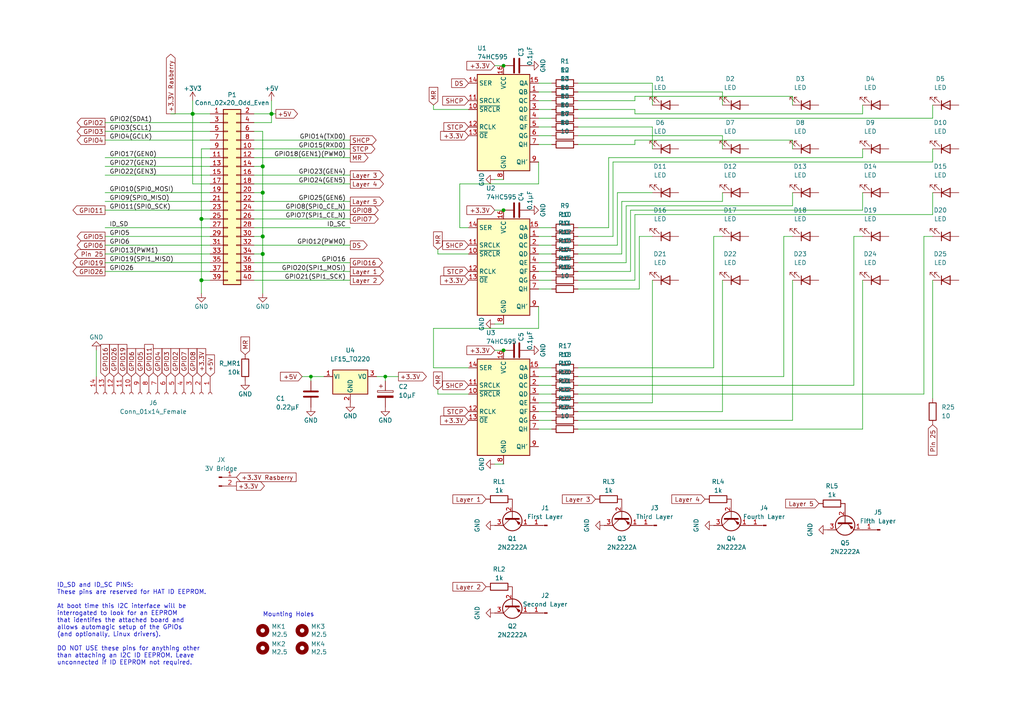
<source format=kicad_sch>
(kicad_sch (version 20211123) (generator eeschema)
  (paper "A4")
  (title_block (date "15 nov 2012"))
  (lib_symbols
    (symbol "74xx:74HC595"
      (property "Reference" "U" (at -7.62 13.97 0))
      (property "Value" "74HC595" (at -7.62 -16.51 0))
      (symbol "74HC595_1_0"
        (pin tri_state line (at 10.16 7.62 180) (length 2.54) (name "QB") (number "1"))
        (pin input line (at -10.16 2.54 0) (length 2.54) (name "~{SRCLR}") (number "10"))
        (pin input line (at -10.16 5.08 0) (length 2.54) (name "SRCLK") (number "11"))
        (pin input line (at -10.16 -2.54 0) (length 2.54) (name "RCLK") (number "12"))
        (pin input line (at -10.16 -5.08 0) (length 2.54) (name "~{OE}") (number "13"))
        (pin input line (at -10.16 10.16 0) (length 2.54) (name "SER") (number "14"))
        (pin tri_state line (at 10.16 10.16 180) (length 2.54) (name "QA") (number "15"))
        (pin power_in line (at 0 15.24 270) (length 2.54) (name "VCC") (number "16"))
        (pin tri_state line (at 10.16 5.08 180) (length 2.54) (name "QC") (number "2"))
        (pin tri_state line (at 10.16 2.54 180) (length 2.54) (name "QD") (number "3"))
        (pin tri_state line (at 10.16 0 180) (length 2.54) (name "QE") (number "4"))
        (pin tri_state line (at 10.16 -2.54 180) (length 2.54) (name "QF") (number "5"))
        (pin tri_state line (at 10.16 -5.08 180) (length 2.54) (name "QG") (number "6"))
        (pin tri_state line (at 10.16 -7.62 180) (length 2.54) (name "QH") (number "7"))
        (pin power_in line (at 0 -17.78 90) (length 2.54) (name "GND") (number "8"))
        (pin output line (at 10.16 -12.7 180) (length 2.54) (name "QH'") (number "9"))
      )
    )
    (symbol "Connector:Conn_01x01_Male" (pin_names (offset 1.016) hide)
      (property "Reference" "J" (at 0 2.54 0))
      (property "Value" "Conn_01x01_Male" (at 0 -2.54 0))
      (symbol "Conn_01x01_Male_1_1"
        (pin passive line (at 5.08 0 180) (length 3.81) (name "Pin_1") (number "1"))
      )
    )
    (symbol "Connector:Conn_01x02_Male" (pin_names (offset 1.016) hide)
      (property "Reference" "J" (at 0 2.54 0))
      (property "Value" "Conn_01x02_Male" (at 0 -5.08 0))
      (symbol "Conn_01x02_Male_1_1"
        (pin passive line (at 5.08 0 180) (length 3.81) (name "Pin_1") (number "1"))
        (pin passive line (at 5.08 -2.54 180) (length 3.81) (name "Pin_2") (number "2"))
      )
    )
    (symbol "Connector:Conn_01x14_Female" (pin_names (offset 1.016) hide)
      (property "Reference" "J" (at 0 17.78 0))
      (property "Value" "Conn_01x14_Female" (at 0 -20.32 0))
      (symbol "Conn_01x14_Female_1_1"
        (pin passive line (at -5.08 15.24 0) (length 3.81) (name "Pin_1") (number "1"))
        (pin passive line (at -5.08 -7.62 0) (length 3.81) (name "Pin_10") (number "10"))
        (pin passive line (at -5.08 -10.16 0) (length 3.81) (name "Pin_11") (number "11"))
        (pin passive line (at -5.08 -12.7 0) (length 3.81) (name "Pin_12") (number "12"))
        (pin passive line (at -5.08 -15.24 0) (length 3.81) (name "Pin_13") (number "13"))
        (pin passive line (at -5.08 -17.78 0) (length 3.81) (name "Pin_14") (number "14"))
        (pin passive line (at -5.08 12.7 0) (length 3.81) (name "Pin_2") (number "2"))
        (pin passive line (at -5.08 10.16 0) (length 3.81) (name "Pin_3") (number "3"))
        (pin passive line (at -5.08 7.62 0) (length 3.81) (name "Pin_4") (number "4"))
        (pin passive line (at -5.08 5.08 0) (length 3.81) (name "Pin_5") (number "5"))
        (pin passive line (at -5.08 2.54 0) (length 3.81) (name "Pin_6") (number "6"))
        (pin passive line (at -5.08 0 0) (length 3.81) (name "Pin_7") (number "7"))
        (pin passive line (at -5.08 -2.54 0) (length 3.81) (name "Pin_8") (number "8"))
        (pin passive line (at -5.08 -5.08 0) (length 3.81) (name "Pin_9") (number "9"))
      )
    )
    (symbol "Connector_Generic:Conn_02x20_Odd_Even" (pin_names (offset 1.016) hide)
      (property "Reference" "J" (at 1.27 25.4 0))
      (property "Value" "Conn_02x20_Odd_Even" (at 1.27 -27.94 0))
      (symbol "Conn_02x20_Odd_Even_1_1"
        (pin passive line (at -5.08 22.86 0) (length 3.81) (name "Pin_1") (number "1"))
        (pin passive line (at 7.62 12.7 180) (length 3.81) (name "Pin_10") (number "10"))
        (pin passive line (at -5.08 10.16 0) (length 3.81) (name "Pin_11") (number "11"))
        (pin passive line (at 7.62 10.16 180) (length 3.81) (name "Pin_12") (number "12"))
        (pin passive line (at -5.08 7.62 0) (length 3.81) (name "Pin_13") (number "13"))
        (pin passive line (at 7.62 7.62 180) (length 3.81) (name "Pin_14") (number "14"))
        (pin passive line (at -5.08 5.08 0) (length 3.81) (name "Pin_15") (number "15"))
        (pin passive line (at 7.62 5.08 180) (length 3.81) (name "Pin_16") (number "16"))
        (pin passive line (at -5.08 2.54 0) (length 3.81) (name "Pin_17") (number "17"))
        (pin passive line (at 7.62 2.54 180) (length 3.81) (name "Pin_18") (number "18"))
        (pin passive line (at -5.08 0 0) (length 3.81) (name "Pin_19") (number "19"))
        (pin passive line (at 7.62 22.86 180) (length 3.81) (name "Pin_2") (number "2"))
        (pin passive line (at 7.62 0 180) (length 3.81) (name "Pin_20") (number "20"))
        (pin passive line (at -5.08 -2.54 0) (length 3.81) (name "Pin_21") (number "21"))
        (pin passive line (at 7.62 -2.54 180) (length 3.81) (name "Pin_22") (number "22"))
        (pin passive line (at -5.08 -5.08 0) (length 3.81) (name "Pin_23") (number "23"))
        (pin passive line (at 7.62 -5.08 180) (length 3.81) (name "Pin_24") (number "24"))
        (pin passive line (at -5.08 -7.62 0) (length 3.81) (name "Pin_25") (number "25"))
        (pin passive line (at 7.62 -7.62 180) (length 3.81) (name "Pin_26") (number "26"))
        (pin passive line (at -5.08 -10.16 0) (length 3.81) (name "Pin_27") (number "27"))
        (pin passive line (at 7.62 -10.16 180) (length 3.81) (name "Pin_28") (number "28"))
        (pin passive line (at -5.08 -12.7 0) (length 3.81) (name "Pin_29") (number "29"))
        (pin passive line (at -5.08 20.32 0) (length 3.81) (name "Pin_3") (number "3"))
        (pin passive line (at 7.62 -12.7 180) (length 3.81) (name "Pin_30") (number "30"))
        (pin passive line (at -5.08 -15.24 0) (length 3.81) (name "Pin_31") (number "31"))
        (pin passive line (at 7.62 -15.24 180) (length 3.81) (name "Pin_32") (number "32"))
        (pin passive line (at -5.08 -17.78 0) (length 3.81) (name "Pin_33") (number "33"))
        (pin passive line (at 7.62 -17.78 180) (length 3.81) (name "Pin_34") (number "34"))
        (pin passive line (at -5.08 -20.32 0) (length 3.81) (name "Pin_35") (number "35"))
        (pin passive line (at 7.62 -20.32 180) (length 3.81) (name "Pin_36") (number "36"))
        (pin passive line (at -5.08 -22.86 0) (length 3.81) (name "Pin_37") (number "37"))
        (pin passive line (at 7.62 -22.86 180) (length 3.81) (name "Pin_38") (number "38"))
        (pin passive line (at -5.08 -25.4 0) (length 3.81) (name "Pin_39") (number "39"))
        (pin passive line (at 7.62 20.32 180) (length 3.81) (name "Pin_4") (number "4"))
        (pin passive line (at 7.62 -25.4 180) (length 3.81) (name "Pin_40") (number "40"))
        (pin passive line (at -5.08 17.78 0) (length 3.81) (name "Pin_5") (number "5"))
        (pin passive line (at 7.62 17.78 180) (length 3.81) (name "Pin_6") (number "6"))
        (pin passive line (at -5.08 15.24 0) (length 3.81) (name "Pin_7") (number "7"))
        (pin passive line (at 7.62 15.24 180) (length 3.81) (name "Pin_8") (number "8"))
        (pin passive line (at -5.08 12.7 0) (length 3.81) (name "Pin_9") (number "9"))
      )
    )
    (symbol "Device:C" (pin_numbers hide) (pin_names (offset 0.254))
      (property "Reference" "C" (at 0.635 2.54 0))
      (property "Value" "C" (at 0.635 -2.54 0))
      (symbol "C_1_1"
        (pin passive line (at 0 3.81 270) (length 2.794) (name "~") (number "1"))
        (pin passive line (at 0 -3.81 90) (length 2.794) (name "~") (number "2"))
      )
    )
    (symbol "Device:C_Polarized" (pin_numbers hide) (pin_names (offset 0.254))
      (property "Reference" "C" (at 0.635 2.54 0))
      (property "Value" "C_Polarized" (at 0.635 -2.54 0))
      (symbol "C_Polarized_1_1"
        (pin passive line (at 0 3.81 270) (length 2.794) (name "~") (number "1"))
        (pin passive line (at 0 -3.81 90) (length 2.794) (name "~") (number "2"))
      )
    )
    (symbol "Device:LED" (pin_numbers hide) (pin_names (offset 1.016) hide)
      (property "Reference" "D" (at 0 2.54 0))
      (property "Value" "LED" (at 0 -2.54 0))
      (symbol "LED_1_1"
        (pin passive line (at -3.81 0 0) (length 2.54) (name "K") (number "1"))
        (pin passive line (at 3.81 0 180) (length 2.54) (name "A") (number "2"))
      )
    )
    (symbol "Device:R" (pin_numbers hide) (pin_names (offset 0))
      (property "Reference" "R" (at 2.032 0 90))
      (property "Value" "R" (at 0 0 90))
      (symbol "R_1_1"
        (pin passive line (at 0 3.81 270) (length 1.27) (name "~") (number "1"))
        (pin passive line (at 0 -3.81 90) (length 1.27) (name "~") (number "2"))
      )
    )
    (symbol "Mechanical:MountingHole" (pin_names (offset 1.016))
      (property "Reference" "H" (at 0 5.08 0))
      (property "Value" "MountingHole" (at 0 3.175 0))
    )
    (symbol "Regulator_Linear:LF15_TO220" (pin_names (offset 0.254))
      (property "Reference" "U" (at -3.81 3.175 0))
      (property "Value" "LF15_TO220" (at 0 3.175 0))
      (symbol "LF15_TO220_1_1"
        (pin power_in line (at -7.62 0 0) (length 2.54) (name "VI") (number "1"))
        (pin power_in line (at 0 -7.62 90) (length 2.54) (name "GND") (number "2"))
        (pin power_out line (at 7.62 0 180) (length 2.54) (name "VO") (number "3"))
      )
    )
    (symbol "Transistor_BJT:2N3905" (pin_names (offset 0) hide)
      (property "Reference" "Q" (at 5.08 1.905 0))
      (property "Value" "2N3905" (at 5.08 0 0))
      (symbol "2N3905_1_1"
        (pin passive line (at 2.54 -5.08 90) (length 2.54) (name "E") (number "1"))
        (pin input line (at -5.08 0 0) (length 5.715) (name "B") (number "2"))
        (pin passive line (at 2.54 5.08 270) (length 2.54) (name "C") (number "3"))
      )
    )
    (symbol "power:+3.3V" (power) (pin_names (offset 0))
      (property "Value" "+3.3V" (at 0 3.556 0))
      (symbol "+3.3V_1_1"
        (pin power_in line (at 0 0 90) (length 0) hide (name "+3V3") (number "1"))
      )
    )
    (symbol "power:+5V" (power) (pin_names (offset 0))
      (property "Value" "+5V" (at 0 3.556 0))
      (symbol "+5V_1_1"
        (pin power_in line (at 0 0 90) (length 0) hide (name "+5V") (number "1"))
      )
    )
    (symbol "power:GND" (power) (pin_names (offset 0))
      (property "Value" "GND" (at 0 -3.81 0))
      (symbol "GND_1_1"
        (pin power_in line (at 0 0 270) (length 0) hide (name "GND") (number "1"))
      )
    )
  )
  (junction (at 146.05 19.05))
  (junction (at 58.42 81.28) (diameter 1.016))
  (junction (at 78.74 33.02) (diameter 1.016))
  (junction (at 111.76 109.22))
  (junction (at 76.2 68.58) (diameter 1.016))
  (junction (at 146.05 101.6))
  (junction (at 76.2 73.66) (diameter 1.016))
  (junction (at 146.05 60.96))
  (junction (at 90.17 109.22))
  (junction (at 76.2 55.88) (diameter 1.016))
  (junction (at 58.42 63.5) (diameter 1.016))
  (junction (at 55.88 33.02) (diameter 1.016))
  (junction (at 76.2 48.26) (diameter 1.016))
  (wire (pts (xy 30.48 71.12) (xy 60.96 71.12)))
  (wire (pts (xy 209.55 119.38) (xy 167.64 119.38)))
  (wire (pts (xy 73.66 43.18) (xy 101.6 43.18)))
  (wire (pts (xy 73.66 60.96) (xy 101.6 60.96)))
  (wire (pts (xy 55.88 33.02) (xy 60.96 33.02)))
  (wire (pts (xy 189.23 81.28) (xy 189.23 116.84)))
  (wire (pts (xy 156.21 26.67) (xy 160.02 26.67)))
  (wire (pts (xy 270.51 115.57) (xy 270.51 81.28)))
  (wire (pts (xy 73.66 76.2) (xy 101.6 76.2)))
  (wire (pts (xy 30.48 45.72) (xy 60.96 45.72)))
  (wire (pts (xy 156.21 36.83) (xy 160.02 36.83)))
  (wire (pts (xy 78.74 33.02) (xy 78.74 35.56)))
  (wire (pts (xy 229.87 121.92) (xy 167.64 121.92)))
  (wire (pts (xy 179.07 55.88) (xy 179.07 71.12)))
  (wire (pts (xy 180.34 73.66) (xy 167.64 73.66)))
  (wire (pts (xy 73.66 71.12) (xy 101.6 71.12)))
  (wire (pts (xy 176.53 66.04) (xy 167.64 66.04)))
  (wire (pts (xy 179.07 71.12) (xy 167.64 71.12)))
  (wire (pts (xy 184.15 29.21) (xy 167.64 29.21)))
  (wire (pts (xy 76.2 48.26) (xy 76.2 55.88)))
  (wire (pts (xy 156.21 88.9) (xy 156.21 95.25)))
  (wire (pts (xy 270.51 46.99) (xy 270.51 43.18)))
  (wire (pts (xy 167.64 26.67) (xy 209.55 26.67)))
  (wire (pts (xy 143.51 134.62) (xy 146.05 134.62)))
  (wire (pts (xy 156.21 116.84) (xy 160.02 116.84)))
  (wire (pts (xy 156.21 83.82) (xy 160.02 83.82)))
  (wire (pts (xy 167.64 39.37) (xy 209.55 39.37)))
  (wire (pts (xy 30.48 66.04) (xy 60.96 66.04)))
  (wire (pts (xy 182.88 78.74) (xy 167.64 78.74)))
  (wire (pts (xy 209.55 39.37) (xy 209.55 43.18)))
  (wire (pts (xy 156.21 111.76) (xy 160.02 111.76)))
  (wire (pts (xy 189.23 36.83) (xy 189.23 43.18)))
  (wire (pts (xy 189.23 24.13) (xy 189.23 30.48)))
  (wire (pts (xy 167.64 24.13) (xy 189.23 24.13)))
  (wire (pts (xy 76.2 38.1) (xy 73.66 38.1)))
  (wire (pts (xy 270.51 62.23) (xy 270.51 55.88)))
  (wire (pts (xy 87.63 109.22) (xy 90.17 109.22)))
  (wire (pts (xy 30.48 73.66) (xy 60.96 73.66)))
  (wire (pts (xy 184.15 41.91) (xy 184.15 40.64)))
  (wire (pts (xy 250.19 60.96) (xy 250.19 55.88)))
  (wire (pts (xy 177.8 46.99) (xy 270.51 46.99)))
  (wire (pts (xy 111.76 110.49) (xy 111.76 109.22)))
  (wire (pts (xy 156.21 71.12) (xy 160.02 71.12)))
  (wire (pts (xy 76.2 48.26) (xy 73.66 48.26)))
  (wire (pts (xy 167.64 41.91) (xy 184.15 41.91)))
  (wire (pts (xy 227.33 68.58) (xy 229.87 68.58)))
  (wire (pts (xy 229.87 27.94) (xy 229.87 30.48)))
  (wire (pts (xy 55.88 33.02) (xy 55.88 53.34)))
  (wire (pts (xy 156.21 114.3) (xy 160.02 114.3)))
  (wire (pts (xy 127 73.66) (xy 135.89 73.66)))
  (wire (pts (xy 270.51 34.29) (xy 270.51 30.48)))
  (wire (pts (xy 143.51 19.05) (xy 146.05 19.05)))
  (wire (pts (xy 58.42 43.18) (xy 60.96 43.18)))
  (wire (pts (xy 156.21 76.2) (xy 160.02 76.2)))
  (wire (pts (xy 76.2 55.88) (xy 73.66 55.88)))
  (wire (pts (xy 156.21 78.74) (xy 160.02 78.74)))
  (wire (pts (xy 184.15 31.75) (xy 184.15 33.02)))
  (wire (pts (xy 250.19 124.46) (xy 167.64 124.46)))
  (wire (pts (xy 209.55 26.67) (xy 209.55 30.48)))
  (wire (pts (xy 60.96 35.56) (xy 30.48 35.56)))
  (wire (pts (xy 184.15 81.28) (xy 167.64 81.28)))
  (wire (pts (xy 127 72.39) (xy 127 73.66)))
  (wire (pts (xy 111.76 109.22) (xy 115.57 109.22)))
  (wire (pts (xy 185.42 68.58) (xy 189.23 68.58)))
  (wire (pts (xy 156.21 95.25) (xy 125.73 95.25)))
  (wire (pts (xy 207.01 68.58) (xy 209.55 68.58)))
  (wire (pts (xy 181.61 76.2) (xy 167.64 76.2)))
  (wire (pts (xy 30.48 76.2) (xy 60.96 76.2)))
  (wire (pts (xy 156.21 29.21) (xy 160.02 29.21)))
  (wire (pts (xy 125.73 106.68) (xy 135.89 106.68)))
  (wire (pts (xy 167.64 116.84) (xy 189.23 116.84)))
  (wire (pts (xy 167.64 36.83) (xy 189.23 36.83)))
  (wire (pts (xy 156.21 41.91) (xy 160.02 41.91)))
  (wire (pts (xy 30.48 58.42) (xy 60.96 58.42)))
  (wire (pts (xy 184.15 27.94) (xy 229.87 27.94)))
  (wire (pts (xy 156.21 106.68) (xy 160.02 106.68)))
  (wire (pts (xy 30.48 78.74) (xy 60.96 78.74)))
  (wire (pts (xy 90.17 109.22) (xy 93.98 109.22)))
  (wire (pts (xy 167.64 31.75) (xy 184.15 31.75)))
  (wire (pts (xy 73.66 53.34) (xy 101.6 53.34)))
  (wire (pts (xy 55.88 53.34) (xy 60.96 53.34)))
  (wire (pts (xy 156.21 68.58) (xy 160.02 68.58)))
  (wire (pts (xy 76.2 68.58) (xy 76.2 73.66)))
  (wire (pts (xy 58.42 63.5) (xy 58.42 81.28)))
  (wire (pts (xy 167.64 106.68) (xy 207.01 106.68)))
  (wire (pts (xy 250.19 33.02) (xy 250.19 30.48)))
  (wire (pts (xy 78.74 33.02) (xy 73.66 33.02)))
  (wire (pts (xy 209.55 81.28) (xy 209.55 119.38)))
  (wire (pts (xy 180.34 58.42) (xy 180.34 73.66)))
  (wire (pts (xy 156.21 66.04) (xy 160.02 66.04)))
  (wire (pts (xy 127 113.03) (xy 127 114.3)))
  (wire (pts (xy 73.66 63.5) (xy 101.6 63.5)))
  (wire (pts (xy 78.74 35.56) (xy 73.66 35.56)))
  (wire (pts (xy 111.76 109.22) (xy 109.22 109.22)))
  (wire (pts (xy 156.21 81.28) (xy 160.02 81.28)))
  (wire (pts (xy 58.42 81.28) (xy 60.96 81.28)))
  (wire (pts (xy 133.35 66.04) (xy 135.89 66.04)))
  (wire (pts (xy 143.51 101.6) (xy 146.05 101.6)))
  (wire (pts (xy 27.94 101.6) (xy 27.94 109.22)))
  (wire (pts (xy 58.42 43.18) (xy 58.42 63.5)))
  (wire (pts (xy 73.66 58.42) (xy 101.6 58.42)))
  (wire (pts (xy 78.74 33.02) (xy 80.01 33.02)))
  (wire (pts (xy 207.01 68.58) (xy 207.01 106.68)))
  (wire (pts (xy 30.48 48.26) (xy 60.96 48.26)))
  (wire (pts (xy 156.21 34.29) (xy 160.02 34.29)))
  (wire (pts (xy 267.97 68.58) (xy 270.51 68.58)))
  (wire (pts (xy 125.73 31.75) (xy 135.89 31.75)))
  (wire (pts (xy 184.15 40.64) (xy 229.87 40.64)))
  (wire (pts (xy 156.21 24.13) (xy 160.02 24.13)))
  (wire (pts (xy 30.48 55.88) (xy 60.96 55.88)))
  (wire (pts (xy 30.48 38.1) (xy 60.96 38.1)))
  (wire (pts (xy 125.73 30.48) (xy 125.73 31.75)))
  (wire (pts (xy 247.65 68.58) (xy 247.65 111.76)))
  (wire (pts (xy 76.2 38.1) (xy 76.2 48.26)))
  (wire (pts (xy 184.15 33.02) (xy 250.19 33.02)))
  (wire (pts (xy 76.2 68.58) (xy 73.66 68.58)))
  (wire (pts (xy 179.07 55.88) (xy 189.23 55.88)))
  (wire (pts (xy 267.97 114.3) (xy 167.64 114.3)))
  (wire (pts (xy 76.2 73.66) (xy 76.2 85.09)))
  (wire (pts (xy 156.21 119.38) (xy 160.02 119.38)))
  (wire (pts (xy 184.15 62.23) (xy 270.51 62.23)))
  (wire (pts (xy 76.2 73.66) (xy 73.66 73.66)))
  (wire (pts (xy 182.88 60.96) (xy 250.19 60.96)))
  (wire (pts (xy 167.64 34.29) (xy 270.51 34.29)))
  (wire (pts (xy 250.19 45.72) (xy 250.19 43.18)))
  (wire (pts (xy 143.51 52.07) (xy 146.05 52.07)))
  (wire (pts (xy 181.61 59.69) (xy 229.87 59.69)))
  (wire (pts (xy 133.35 53.34) (xy 133.35 66.04)))
  (wire (pts (xy 58.42 81.28) (xy 58.42 85.09)))
  (wire (pts (xy 143.51 93.98) (xy 146.05 93.98)))
  (wire (pts (xy 184.15 27.94) (xy 184.15 29.21)))
  (wire (pts (xy 76.2 55.88) (xy 76.2 68.58)))
  (wire (pts (xy 229.87 59.69) (xy 229.87 55.88)))
  (wire (pts (xy 30.48 60.96) (xy 60.96 60.96)))
  (wire (pts (xy 73.66 66.04) (xy 101.6 66.04)))
  (wire (pts (xy 180.34 58.42) (xy 209.55 58.42)))
  (wire (pts (xy 125.73 95.25) (xy 125.73 106.68)))
  (wire (pts (xy 55.88 29.21) (xy 55.88 33.02)))
  (wire (pts (xy 73.66 45.72) (xy 101.6 45.72)))
  (wire (pts (xy 30.48 40.64) (xy 60.96 40.64)))
  (wire (pts (xy 127 114.3) (xy 135.89 114.3)))
  (wire (pts (xy 49.53 33.02) (xy 55.88 33.02)))
  (wire (pts (xy 229.87 81.28) (xy 229.87 121.92)))
  (wire (pts (xy 90.17 110.49) (xy 90.17 109.22)))
  (wire (pts (xy 177.8 46.99) (xy 177.8 68.58)))
  (wire (pts (xy 30.48 50.8) (xy 60.96 50.8)))
  (wire (pts (xy 73.66 40.64) (xy 101.6 40.64)))
  (wire (pts (xy 156.21 109.22) (xy 160.02 109.22)))
  (wire (pts (xy 73.66 50.8) (xy 101.6 50.8)))
  (wire (pts (xy 156.21 124.46) (xy 160.02 124.46)))
  (wire (pts (xy 250.19 81.28) (xy 250.19 124.46)))
  (wire (pts (xy 73.66 81.28) (xy 101.6 81.28)))
  (wire (pts (xy 176.53 45.72) (xy 250.19 45.72)))
  (wire (pts (xy 30.48 68.58) (xy 60.96 68.58)))
  (wire (pts (xy 182.88 60.96) (xy 182.88 78.74)))
  (wire (pts (xy 73.66 78.74) (xy 101.6 78.74)))
  (wire (pts (xy 58.42 63.5) (xy 60.96 63.5)))
  (wire (pts (xy 78.74 29.21) (xy 78.74 33.02)))
  (wire (pts (xy 267.97 68.58) (xy 267.97 114.3)))
  (wire (pts (xy 143.51 60.96) (xy 146.05 60.96)))
  (wire (pts (xy 227.33 68.58) (xy 227.33 109.22)))
  (wire (pts (xy 156.21 31.75) (xy 160.02 31.75)))
  (wire (pts (xy 156.21 46.99) (xy 156.21 53.34)))
  (wire (pts (xy 156.21 121.92) (xy 160.02 121.92)))
  (wire (pts (xy 167.64 111.76) (xy 247.65 111.76)))
  (wire (pts (xy 156.21 73.66) (xy 160.02 73.66)))
  (wire (pts (xy 209.55 58.42) (xy 209.55 55.88)))
  (wire (pts (xy 156.21 53.34) (xy 133.35 53.34)))
  (wire (pts (xy 184.15 62.23) (xy 184.15 81.28)))
  (wire (pts (xy 185.42 68.58) (xy 185.42 83.82)))
  (wire (pts (xy 177.8 68.58) (xy 167.64 68.58)))
  (wire (pts (xy 181.61 59.69) (xy 181.61 76.2)))
  (wire (pts (xy 247.65 68.58) (xy 250.19 68.58)))
  (wire (pts (xy 185.42 83.82) (xy 167.64 83.82)))
  (wire (pts (xy 229.87 40.64) (xy 229.87 43.18)))
  (wire (pts (xy 227.33 109.22) (xy 167.64 109.22)))
  (wire (pts (xy 156.21 39.37) (xy 160.02 39.37)))
  (wire (pts (xy 176.53 45.72) (xy 176.53 66.04)))
  (text "ID_SD and ID_SC PINS:\nThese pins are reserved for HAT ID EEPROM.\n\nAt boot time this I2C interface will be\ninterrogated to look for an EEPROM\nthat identifes the attached board and\nallows automagic setup of the GPIOs\n(and optionally, Linux drivers).\n\nDO NOT USE these pins for anything other\nthan attaching an I2C ID EEPROM. Leave\nunconnected if ID EEPROM not required." (at 16.51 193.04 0) (effects (font (size 1.27 1.27)) (justify left bottom)))
  (text "Mounting Holes" (at 76.2 179.07 0) (effects (font (size 1.27 1.27)) (justify left bottom)))
  (label "GPIO5" (at 31.75 68.58 0))
  (label "GPIO13(PWM1)" (at 31.75 73.66 0))
  (label "GPIO7(SPI1_CE_N)" (at 100.33 63.5 180))
  (label "GPIO25(GEN6)" (at 100.33 58.42 180))
  (label "ID_SD" (at 31.75 66.04 0))
  (label "GPIO17(GEN0)" (at 31.75 45.72 0))
  (label "GPIO20(SPI1_MOSI)" (at 100.33 78.74 180))
  (label "GPIO15(RXD0)" (at 100.33 43.18 180))
  (label "ID_SC" (at 100.33 66.04 180))
  (label "GPIO4(GCLK)" (at 31.75 40.64 0))
  (label "GPIO19(SPI1_MISO)" (at 31.75 76.2 0))
  (label "GPIO16" (at 100.33 76.2 180))
  (label "GPIO21(SPI1_SCK)" (at 100.33 81.28 180))
  (label "GPIO14(TXD0)" (at 100.33 40.64 180))
  (label "GPIO3(SCL1)" (at 31.75 38.1 0))
  (label "GPIO8(SPI0_CE_N)" (at 100.33 60.96 180))
  (label "GPIO6" (at 31.75 71.12 0))
  (label "GPIO27(GEN2)" (at 31.75 48.26 0))
  (label "GPIO26" (at 31.75 78.74 0))
  (label "GPIO24(GEN5)" (at 100.33 53.34 180))
  (label "GPIO18(GEN1)(PWM0)" (at 100.33 45.72 180))
  (label "GPIO23(GEN4)" (at 100.33 50.8 180))
  (label "GPIO9(SPI0_MISO)" (at 31.75 58.42 0))
  (label "GPIO10(SPI0_MOSI)" (at 31.75 55.88 0))
  (label "GPIO12(PWM0)" (at 100.33 71.12 180))
  (label "GPIO2(SDA1)" (at 31.75 35.56 0))
  (label "GPIO22(GEN3)" (at 31.75 50.8 0))
  (label "GPIO11(SPI0_SCK)" (at 31.75 60.96 0))
  (global_label "Layer 1" (shape output) (at 101.6 78.74 0) (property "Intersheet References" "${INTERSHEET_REFS}" (effects hide)))
  (global_label "GPIO4" (shape output) (at 30.48 40.64 180) (property "Intersheet References" "${INTERSHEET_REFS}" (effects hide)))
  (global_label "Layer 4" (shape output) (at 101.6 53.34 0) (property "Intersheet References" "${INTERSHEET_REFS}" (effects hide)))
  (global_label "MR" (shape input) (at 127 113.03 90) (property "Intersheet References" "${INTERSHEET_REFS}" (effects hide)))
  (global_label "+3.3V" (shape input) (at 143.51 19.05 180) (property "Intersheet References" "${INTERSHEET_REFS}" (effects hide)))
  (global_label "Layer 1" (shape input) (at 140.97 144.78 180) (property "Intersheet References" "${INTERSHEET_REFS}" (effects hide)))
  (global_label "+5V" (shape input) (at 87.63 109.22 180) (property "Intersheet References" "${INTERSHEET_REFS}" (effects hide)))
  (global_label "MR" (shape input) (at 127 72.39 90) (property "Intersheet References" "${INTERSHEET_REFS}" (effects hide)))
  (global_label "GPIO26" (shape output) (at 30.48 78.74 180) (property "Intersheet References" "${INTERSHEET_REFS}" (effects hide)))
  (global_label "+3.3V Rasberry" (shape input) (at 68.58 138.43 0) (property "Intersheet References" "${INTERSHEET_REFS}" (effects hide)))
  (global_label "Layer 5" (shape output) (at 101.6 58.42 0) (property "Intersheet References" "${INTERSHEET_REFS}" (effects hide)))
  (global_label "GPIO11" (shape output) (at 30.48 60.96 180) (property "Intersheet References" "${INTERSHEET_REFS}" (effects hide)))
  (global_label "SHCP" (shape input) (at 135.89 71.12 180) (property "Intersheet References" "${INTERSHEET_REFS}" (effects hide)))
  (global_label "GPIO19" (shape input) (at 35.56 109.22 90) (property "Intersheet References" "${INTERSHEET_REFS}" (effects hide)))
  (global_label "GPIO6" (shape output) (at 30.48 71.12 180) (property "Intersheet References" "${INTERSHEET_REFS}" (effects hide)))
  (global_label "+5V" (shape input) (at 60.96 109.22 90) (property "Intersheet References" "${INTERSHEET_REFS}" (effects hide)))
  (global_label "GPIO11" (shape input) (at 43.18 109.22 90) (property "Intersheet References" "${INTERSHEET_REFS}" (effects hide)))
  (global_label "Layer 5" (shape input) (at 237.49 146.05 180) (property "Intersheet References" "${INTERSHEET_REFS}" (effects hide)))
  (global_label "+3.3V" (shape input) (at 135.89 39.37 180) (property "Intersheet References" "${INTERSHEET_REFS}" (effects hide)))
  (global_label "+3.3V Rasberry" (shape output) (at 49.53 33.02 90) (property "Intersheet References" "${INTERSHEET_REFS}" (effects hide)))
  (global_label "MR" (shape output) (at 101.6 45.72 0) (property "Intersheet References" "${INTERSHEET_REFS}" (effects hide)))
  (global_label "GPIO7" (shape output) (at 101.6 63.5 0) (property "Intersheet References" "${INTERSHEET_REFS}" (effects hide)))
  (global_label "+3.3V" (shape input) (at 135.89 121.92 180) (property "Intersheet References" "${INTERSHEET_REFS}" (effects hide)))
  (global_label "GPIO7" (shape input) (at 53.34 109.22 90) (property "Intersheet References" "${INTERSHEET_REFS}" (effects hide)))
  (global_label "Layer 4" (shape input) (at 204.47 144.78 180) (property "Intersheet References" "${INTERSHEET_REFS}" (effects hide)))
  (global_label "STCP" (shape input) (at 135.89 78.74 180) (property "Intersheet References" "${INTERSHEET_REFS}" (effects hide)))
  (global_label "STCP" (shape input) (at 135.89 36.83 180) (property "Intersheet References" "${INTERSHEET_REFS}" (effects hide)))
  (global_label "GPIO5" (shape input) (at 40.64 109.22 90) (property "Intersheet References" "${INTERSHEET_REFS}" (effects hide)))
  (global_label "SHCP" (shape output) (at 101.6 40.64 0) (property "Intersheet References" "${INTERSHEET_REFS}" (effects hide)))
  (global_label "+3.3V" (shape input) (at 58.42 109.22 90) (property "Intersheet References" "${INTERSHEET_REFS}" (effects hide)))
  (global_label "+3.3V" (shape output) (at 115.57 109.22 0) (property "Intersheet References" "${INTERSHEET_REFS}" (effects hide)))
  (global_label "Pin 25" (shape output) (at 30.48 73.66 180) (property "Intersheet References" "${INTERSHEET_REFS}" (effects hide)))
  (global_label "MR" (shape input) (at 125.73 30.48 90) (property "Intersheet References" "${INTERSHEET_REFS}" (effects hide)))
  (global_label "Layer 3" (shape input) (at 172.72 144.78 180) (property "Intersheet References" "${INTERSHEET_REFS}" (effects hide)))
  (global_label "GPIO19" (shape output) (at 30.48 76.2 180) (property "Intersheet References" "${INTERSHEET_REFS}" (effects hide)))
  (global_label "GPIO3" (shape output) (at 30.48 38.1 180) (property "Intersheet References" "${INTERSHEET_REFS}" (effects hide)))
  (global_label "Layer 2" (shape input) (at 140.97 170.18 180) (property "Intersheet References" "${INTERSHEET_REFS}" (effects hide)))
  (global_label "GPIO8" (shape input) (at 55.88 109.22 90) (property "Intersheet References" "${INTERSHEET_REFS}" (effects hide)))
  (global_label "GPIO26" (shape input) (at 33.02 109.22 90) (property "Intersheet References" "${INTERSHEET_REFS}" (effects hide)))
  (global_label "GPIO16" (shape output) (at 101.6 76.2 0) (property "Intersheet References" "${INTERSHEET_REFS}" (effects hide)))
  (global_label "GPIO5" (shape output) (at 30.48 68.58 180) (property "Intersheet References" "${INTERSHEET_REFS}" (effects hide)))
  (global_label "GPIO8" (shape output) (at 101.6 60.96 0) (property "Intersheet References" "${INTERSHEET_REFS}" (effects hide)))
  (global_label "DS" (shape input) (at 135.89 24.13 180) (property "Intersheet References" "${INTERSHEET_REFS}" (effects hide)))
  (global_label "+3.3V" (shape input) (at 135.89 81.28 180) (property "Intersheet References" "${INTERSHEET_REFS}" (effects hide)))
  (global_label "Layer 2" (shape output) (at 101.6 81.28 0) (property "Intersheet References" "${INTERSHEET_REFS}" (effects hide)))
  (global_label "+3.3V" (shape output) (at 68.58 140.97 0) (property "Intersheet References" "${INTERSHEET_REFS}" (effects hide)))
  (global_label "GPIO4" (shape input) (at 45.72 109.22 90) (property "Intersheet References" "${INTERSHEET_REFS}" (effects hide)))
  (global_label "MR" (shape input) (at 71.12 102.87 90) (property "Intersheet References" "${INTERSHEET_REFS}" (effects hide)))
  (global_label "GPIO6" (shape input) (at 38.1 109.22 90) (property "Intersheet References" "${INTERSHEET_REFS}" (effects hide)))
  (global_label "Pin 25" (shape input) (at 270.51 123.19 270) (property "Intersheet References" "${INTERSHEET_REFS}" (effects hide)))
  (global_label "SHCP" (shape input) (at 135.89 111.76 180) (property "Intersheet References" "${INTERSHEET_REFS}" (effects hide)))
  (global_label "+3.3V" (shape input) (at 143.51 60.96 180) (property "Intersheet References" "${INTERSHEET_REFS}" (effects hide)))
  (global_label "STCP" (shape output) (at 101.6 43.18 0) (property "Intersheet References" "${INTERSHEET_REFS}" (effects hide)))
  (global_label "GPIO3" (shape input) (at 48.26 109.22 90) (property "Intersheet References" "${INTERSHEET_REFS}" (effects hide)))
  (global_label "Layer 3" (shape output) (at 101.6 50.8 0) (property "Intersheet References" "${INTERSHEET_REFS}" (effects hide)))
  (global_label "GPIO16" (shape input) (at 30.48 109.22 90) (property "Intersheet References" "${INTERSHEET_REFS}" (effects hide)))
  (global_label "SHCP" (shape input) (at 135.89 29.21 180) (property "Intersheet References" "${INTERSHEET_REFS}" (effects hide)))
  (global_label "GPIO2" (shape output) (at 30.48 35.56 180) (property "Intersheet References" "${INTERSHEET_REFS}" (effects hide)))
  (global_label "STCP" (shape input) (at 135.89 119.38 180) (property "Intersheet References" "${INTERSHEET_REFS}" (effects hide)))
  (global_label "+5V" (shape output) (at 80.01 33.02 0) (property "Intersheet References" "${INTERSHEET_REFS}" (effects hide)))
  (global_label "+3.3V" (shape input) (at 143.51 101.6 180) (property "Intersheet References" "${INTERSHEET_REFS}" (effects hide)))
  (global_label "DS" (shape output) (at 101.6 71.12 0) (property "Intersheet References" "${INTERSHEET_REFS}" (effects hide)))
  (global_label "GPIO2" (shape input) (at 50.8 109.22 90) (property "Intersheet References" "${INTERSHEET_REFS}" (effects hide)))
  (symbol (lib_id "power:+5V") (at 78.74 29.21 0) (unit 1)
    (property "Reference" "#PWR01" (effects hide))
    (property "Value" "+5V" (at 78.74 25.654 0))
  )
  (symbol (lib_id "power:+3.3V") (at 55.88 29.21 0) (unit 1)
    (property "Reference" "#PWR04" (effects hide))
    (property "Value" "+3.3V" (at 55.88 25.654 0))
  )
  (symbol (lib_id "power:GND") (at 76.2 85.09 0) (unit 1)
    (property "Reference" "#PWR02" (effects hide))
    (property "Value" "GND" (at 76.2 88.9 0))
  )
  (symbol (lib_id "power:GND") (at 58.42 85.09 0) (unit 1)
    (property "Reference" "#PWR03" (effects hide))
    (property "Value" "GND" (at 58.42 88.9 0))
  )
  (symbol (lib_id "Mechanical:MountingHole") (at 76.2 182.88 0) (unit 1)
    (property "Reference" "MK1" (at 78.74 181.7116 0) (effects (justify left)))
    (property "Value" "M2.5" (at 78.74 184.023 0) (effects (justify left)))
    (property "Footprint" "MountingHole:MountingHole_2.7mm_M2.5" (effects hide))
  )
  (symbol (lib_id "Mechanical:MountingHole") (at 87.63 182.88 0) (unit 1)
    (property "Reference" "MK3" (at 90.17 181.7116 0) (effects (justify left)))
    (property "Value" "M2.5" (at 90.17 184.023 0) (effects (justify left)))
    (property "Footprint" "MountingHole:MountingHole_2.7mm_M2.5" (effects hide))
  )
  (symbol (lib_id "Mechanical:MountingHole") (at 76.2 187.96 0) (unit 1)
    (property "Reference" "MK2" (at 78.74 186.7916 0) (effects (justify left)))
    (property "Value" "M2.5" (at 78.74 189.103 0) (effects (justify left)))
    (property "Footprint" "MountingHole:MountingHole_2.7mm_M2.5" (effects hide))
  )
  (symbol (lib_id "Mechanical:MountingHole") (at 87.63 187.96 0) (unit 1)
    (property "Reference" "MK4" (at 90.17 186.7916 0) (effects (justify left)))
    (property "Value" "M2.5" (at 90.17 189.103 0) (effects (justify left)))
    (property "Footprint" "MountingHole:MountingHole_2.7mm_M2.5" (effects hide))
  )
  (symbol (lib_id "Connector_Generic:Conn_02x20_Odd_Even") (at 66.04 55.88 0) (unit 1)
    (property "Reference" "P1" (at 67.31 27.5082 0))
    (property "Value" "Conn_02x20_Odd_Even" (at 67.31 29.8196 0))
    (property "Footprint" "Connector_PinSocket_2.54mm:PinSocket_2x20_P2.54mm_Vertical" (effects hide))
  )
  (symbol (lib_id "Device:R") (at 163.83 116.84 270) (unit 1)
    (property "Reference" "R21" (at 163.83 110.49 90))
    (property "Value" "10" (at 163.83 113.03 90))
    (property "Footprint" "Resistor_THT:R_Axial_DIN0207_L6.3mm_D2.5mm_P10.16mm_Horizontal" (effects hide))
  )
  (symbol (lib_id "Device:LED") (at 193.04 68.58 0) (mirror x) (unit 1)
    (property "Reference" "D16" (at 191.4525 60.96 0))
    (property "Value" "LED" (at 191.4525 63.5 0))
    (property "Footprint" "Connector_PinSocket_2.54mm:PinSocket_1x01_P2.54mm_Vertical" (effects hide))
  )
  (symbol (lib_id "power:GND") (at 153.67 60.96 90) (unit 1)
    (property "Reference" "#PWR0113" (effects hide))
    (property "Value" "GND" (at 157.48 60.96 0))
  )
  (symbol (lib_id "Device:R") (at 163.83 109.22 270) (unit 1)
    (property "Reference" "R18" (at 163.83 102.87 90))
    (property "Value" "10" (at 163.83 105.41 90))
    (property "Footprint" "Resistor_THT:R_Axial_DIN0207_L6.3mm_D2.5mm_P10.16mm_Horizontal" (effects hide))
  )
  (symbol (lib_id "Device:R") (at 163.83 24.13 270) (unit 1)
    (property "Reference" "R1" (at 163.83 17.78 90))
    (property "Value" "10" (at 163.83 20.32 90))
    (property "Footprint" "Resistor_THT:R_Axial_DIN0207_L6.3mm_D2.5mm_P10.16mm_Horizontal" (effects hide))
  )
  (symbol (lib_id "Device:R") (at 144.78 144.78 270) (unit 1)
    (property "Reference" "RL1" (at 144.78 139.7 90))
    (property "Value" "1k" (at 144.78 142.24 90))
    (property "Footprint" "Resistor_THT:R_Axial_DIN0207_L6.3mm_D2.5mm_P10.16mm_Horizontal" (effects hide))
  )
  (symbol (lib_id "power:GND") (at 153.67 19.05 90) (unit 1)
    (property "Reference" "#PWR0114" (effects hide))
    (property "Value" "GND" (at 157.48 19.05 0))
  )
  (symbol (lib_id "Device:C") (at 149.86 60.96 90) (unit 1)
    (property "Reference" "C4" (at 151.13 58.42 0) (effects (justify left)))
    (property "Value" "0.1μF" (at 153.67 60.96 0) (effects (justify left)))
    (property "Footprint" "Capacitor_THT:C_Disc_D3.0mm_W1.6mm_P2.50mm" (effects hide))
  )
  (symbol (lib_id "Device:LED") (at 233.68 81.28 0) (mirror x) (unit 1)
    (property "Reference" "D23" (at 232.0925 73.66 0))
    (property "Value" "LED" (at 232.0925 76.2 0))
    (property "Footprint" "Connector_PinSocket_2.54mm:PinSocket_1x01_P2.54mm_Vertical" (effects hide))
  )
  (symbol (lib_id "Device:C") (at 90.17 114.3 0) (unit 1)
    (property "Reference" "C1" (at 80.01 115.57 0) (effects (justify left)))
    (property "Value" "0.22μF" (at 80.01 118.11 0) (effects (justify left)))
    (property "Footprint" "Capacitor_THT:C_Disc_D3.0mm_W1.6mm_P2.50mm" (effects hide))
  )
  (symbol (lib_id "Device:R") (at 163.83 66.04 270) (unit 1)
    (property "Reference" "R9" (at 163.83 59.69 90))
    (property "Value" "10" (at 163.83 62.23 90))
    (property "Footprint" "Resistor_THT:R_Axial_DIN0207_L6.3mm_D2.5mm_P10.16mm_Horizontal" (effects hide))
  )
  (symbol (lib_id "Device:R") (at 163.83 34.29 270) (unit 1)
    (property "Reference" "R5" (at 163.83 27.94 90))
    (property "Value" "10" (at 163.83 30.48 90))
    (property "Footprint" "Resistor_THT:R_Axial_DIN0207_L6.3mm_D2.5mm_P10.16mm_Horizontal" (effects hide))
  )
  (symbol (lib_id "Device:LED") (at 274.32 43.18 0) (mirror x) (unit 1)
    (property "Reference" "D10" (at 272.7325 35.56 0))
    (property "Value" "LED" (at 272.7325 38.1 0))
    (property "Footprint" "Connector_PinSocket_2.54mm:PinSocket_1x01_P2.54mm_Vertical" (effects hide))
  )
  (symbol (lib_id "Transistor_BJT:2N3905") (at 148.59 149.86 90) (mirror x) (unit 1)
    (property "Reference" "Q1" (at 148.59 156.21 90))
    (property "Value" "2N2222A" (at 148.59 158.75 90))
    (property "Footprint" "Package_TO_SOT_THT:TO-92_Inline" (effects hide))
    (property "Datasheet" "https://www.nteinc.com/specs/original/2N3905_06.pdf" (effects hide))
  )
  (symbol (lib_id "Device:LED") (at 213.36 81.28 0) (mirror x) (unit 1)
    (property "Reference" "D22" (at 211.7725 73.66 0))
    (property "Value" "LED" (at 211.7725 76.2 0))
    (property "Footprint" "Connector_PinSocket_2.54mm:PinSocket_1x01_P2.54mm_Vertical" (effects hide))
  )
  (symbol (lib_id "Connector:Conn_01x01_Male") (at 158.75 177.8 180) (unit 1)
    (property "Reference" "J2" (at 158.115 172.72 0))
    (property "Value" "Second Layer" (at 158.115 175.26 0))
    (property "Footprint" "Connector_PinSocket_2.54mm:PinSocket_1x01_P2.54mm_Vertical" (effects hide))
  )
  (symbol (lib_id "Device:R") (at 144.78 170.18 270) (unit 1)
    (property "Reference" "RL2" (at 144.78 165.1 90))
    (property "Value" "1k" (at 144.78 167.64 90))
    (property "Footprint" "Resistor_THT:R_Axial_DIN0207_L6.3mm_D2.5mm_P10.16mm_Horizontal" (effects hide))
  )
  (symbol (lib_id "power:GND") (at 90.17 118.11 0) (unit 1)
    (property "Reference" "#PWR0115" (effects hide))
    (property "Value" "GND" (at 90.17 121.92 0))
  )
  (symbol (lib_id "Device:LED") (at 254 55.88 0) (mirror x) (unit 1)
    (property "Reference" "D14" (at 252.4125 48.26 0))
    (property "Value" "LED" (at 252.4125 50.8 0))
    (property "Footprint" "Connector_PinSocket_2.54mm:PinSocket_1x01_P2.54mm_Vertical" (effects hide))
  )
  (symbol (lib_id "Device:LED") (at 193.04 43.18 0) (mirror x) (unit 1)
    (property "Reference" "D6" (at 191.4525 35.56 0))
    (property "Value" "LED" (at 191.4525 38.1 0))
    (property "Footprint" "Connector_PinSocket_2.54mm:PinSocket_1x01_P2.54mm_Vertical" (effects hide))
  )
  (symbol (lib_id "Device:R") (at 163.83 83.82 270) (unit 1)
    (property "Reference" "R16" (at 163.83 77.47 90))
    (property "Value" "10" (at 163.83 80.01 90))
    (property "Footprint" "Resistor_THT:R_Axial_DIN0207_L6.3mm_D2.5mm_P10.16mm_Horizontal" (effects hide))
  )
  (symbol (lib_id "Device:R") (at 163.83 26.67 270) (unit 1)
    (property "Reference" "R2" (at 163.83 20.32 90))
    (property "Value" "10" (at 163.83 22.86 90))
    (property "Footprint" "Resistor_THT:R_Axial_DIN0207_L6.3mm_D2.5mm_P10.16mm_Horizontal" (effects hide))
  )
  (symbol (lib_id "Device:R") (at 163.83 124.46 270) (unit 1)
    (property "Reference" "R24" (at 163.83 118.11 90))
    (property "Value" "10" (at 163.83 120.65 90))
    (property "Footprint" "Resistor_THT:R_Axial_DIN0207_L6.3mm_D2.5mm_P10.16mm_Horizontal" (effects hide))
  )
  (symbol (lib_id "Transistor_BJT:2N3905") (at 212.09 149.86 90) (mirror x) (unit 1)
    (property "Reference" "Q4" (at 212.09 156.21 90))
    (property "Value" "2N2222A" (at 212.09 158.75 90))
    (property "Footprint" "Package_TO_SOT_THT:TO-92_Inline" (effects hide))
    (property "Datasheet" "https://www.nteinc.com/specs/original/2N3905_06.pdf" (effects hide))
  )
  (symbol (lib_id "Device:LED") (at 254 68.58 0) (mirror x) (unit 1)
    (property "Reference" "D19" (at 252.4125 60.96 0))
    (property "Value" "LED" (at 252.4125 63.5 0))
    (property "Footprint" "Connector_PinSocket_2.54mm:PinSocket_1x01_P2.54mm_Vertical" (effects hide))
  )
  (symbol (lib_id "power:GND") (at 143.51 93.98 270) (unit 1)
    (property "Reference" "#PWR0101" (effects hide))
    (property "Value" "GND" (at 139.7 93.98 0))
  )
  (symbol (lib_id "Device:LED") (at 254 30.48 0) (mirror x) (unit 1)
    (property "Reference" "D4" (at 252.4125 22.86 0))
    (property "Value" "LED" (at 252.4125 25.4 0))
    (property "Footprint" "Connector_PinSocket_2.54mm:PinSocket_1x01_P2.54mm_Vertical" (effects hide))
  )
  (symbol (lib_id "power:GND") (at 153.67 101.6 90) (unit 1)
    (property "Reference" "#PWR0108" (effects hide))
    (property "Value" "GND" (at 157.48 101.6 0))
  )
  (symbol (lib_id "Device:R") (at 163.83 119.38 270) (unit 1)
    (property "Reference" "R22" (at 163.83 113.03 90))
    (property "Value" "10" (at 163.83 115.57 90))
    (property "Footprint" "Resistor_THT:R_Axial_DIN0207_L6.3mm_D2.5mm_P10.16mm_Horizontal" (effects hide))
  )
  (symbol (lib_id "power:GND") (at 101.6 116.84 0) (unit 1)
    (property "Reference" "#PWR0106" (effects hide))
    (property "Value" "GND" (at 101.6 120.65 0))
  )
  (symbol (lib_id "Device:C") (at 149.86 19.05 90) (unit 1)
    (property "Reference" "C3" (at 151.13 16.51 0) (effects (justify left)))
    (property "Value" "0.1μF" (at 153.67 19.05 0) (effects (justify left)))
    (property "Footprint" "Capacitor_THT:C_Disc_D3.0mm_W1.6mm_P2.50mm" (effects hide))
  )
  (symbol (lib_id "74xx:74HC595") (at 146.05 76.2 0) (unit 1)
    (property "Reference" "U2" (at 140.97 54.61 0) (effects (justify left)))
    (property "Value" "74HC595" (at 140.97 57.15 0) (effects (justify left)))
    (property "Footprint" "Package_DIP:DIP-16_W7.62mm_Socket" (effects hide))
    (property "Datasheet" "http://www.ti.com/lit/ds/symlink/sn74hc595.pdf" (effects hide))
  )
  (symbol (lib_id "power:GND") (at 143.51 177.8 270) (unit 1)
    (property "Reference" "#PWR0107" (effects hide))
    (property "Value" "GND" (at 138.43 177.8 0))
  )
  (symbol (lib_id "Connector:Conn_01x02_Male") (at 63.5 138.43 0) (unit 1)
    (property "Reference" "JX" (at 64.135 133.35 0))
    (property "Value" "3V Bridge" (at 64.135 135.89 0))
    (property "Footprint" "Connector_PinHeader_2.54mm:PinHeader_1x02_P2.54mm_Vertical" (effects hide))
  )
  (symbol (lib_id "Device:R") (at 163.83 121.92 270) (unit 1)
    (property "Reference" "R23" (at 163.83 115.57 90))
    (property "Value" "10" (at 163.83 118.11 90))
    (property "Footprint" "Resistor_THT:R_Axial_DIN0207_L6.3mm_D2.5mm_P10.16mm_Horizontal" (effects hide))
  )
  (symbol (lib_id "Device:LED") (at 233.68 55.88 0) (mirror x) (unit 1)
    (property "Reference" "D13" (at 232.0925 48.26 0))
    (property "Value" "LED" (at 232.0925 50.8 0))
    (property "Footprint" "Connector_PinSocket_2.54mm:PinSocket_1x01_P2.54mm_Vertical" (effects hide))
  )
  (symbol (lib_id "Device:R") (at 163.83 114.3 270) (unit 1)
    (property "Reference" "R20" (at 163.83 107.95 90))
    (property "Value" "10" (at 163.83 110.49 90))
    (property "Footprint" "Resistor_THT:R_Axial_DIN0207_L6.3mm_D2.5mm_P10.16mm_Horizontal" (effects hide))
  )
  (symbol (lib_id "power:GND") (at 240.03 153.67 270) (unit 1)
    (property "Reference" "#PWR0104" (effects hide))
    (property "Value" "GND" (at 234.95 153.67 0))
  )
  (symbol (lib_id "Connector:Conn_01x01_Male") (at 190.5 152.4 180) (unit 1)
    (property "Reference" "J3" (at 189.865 147.32 0))
    (property "Value" "Third Layer" (at 189.865 149.86 0))
    (property "Footprint" "Connector_PinSocket_2.54mm:PinSocket_1x01_P2.54mm_Vertical" (effects hide))
  )
  (symbol (lib_id "Device:R") (at 163.83 76.2 270) (unit 1)
    (property "Reference" "R13" (at 163.83 69.85 90))
    (property "Value" "10" (at 163.83 72.39 90))
    (property "Footprint" "Resistor_THT:R_Axial_DIN0207_L6.3mm_D2.5mm_P10.16mm_Horizontal" (effects hide))
  )
  (symbol (lib_id "74xx:74HC595") (at 146.05 116.84 0) (unit 1)
    (property "Reference" "U3" (at 140.97 96.52 0) (effects (justify left)))
    (property "Value" "74HC595" (at 140.97 99.06 0) (effects (justify left)))
    (property "Footprint" "Package_DIP:DIP-16_W7.62mm_Socket" (effects hide))
    (property "Datasheet" "http://www.ti.com/lit/ds/symlink/sn74hc595.pdf" (effects hide))
  )
  (symbol (lib_id "power:GND") (at 143.51 152.4 270) (unit 1)
    (property "Reference" "#PWR0109" (effects hide))
    (property "Value" "GND" (at 138.43 152.4 0))
  )
  (symbol (lib_id "Device:LED") (at 193.04 55.88 0) (mirror x) (unit 1)
    (property "Reference" "D11" (at 191.4525 48.26 0))
    (property "Value" "LED" (at 191.4525 50.8 0))
    (property "Footprint" "Connector_PinSocket_2.54mm:PinSocket_1x01_P2.54mm_Vertical" (effects hide))
  )
  (symbol (lib_id "74xx:74HC595") (at 146.05 34.29 0) (unit 1)
    (property "Reference" "U1" (at 138.43 13.97 0) (effects (justify left)))
    (property "Value" "74HC595" (at 138.43 16.51 0) (effects (justify left)))
    (property "Footprint" "Package_DIP:DIP-16_W7.62mm_Socket" (effects hide))
    (property "Datasheet" "http://www.ti.com/lit/ds/symlink/sn74hc595.pdf" (effects hide))
  )
  (symbol (lib_id "Device:LED") (at 193.04 81.28 0) (mirror x) (unit 1)
    (property "Reference" "D21" (at 191.4525 73.66 0))
    (property "Value" "LED" (at 191.4525 76.2 0))
    (property "Footprint" "Connector_PinSocket_2.54mm:PinSocket_1x01_P2.54mm_Vertical" (effects hide))
  )
  (symbol (lib_id "Device:R") (at 163.83 106.68 270) (unit 1)
    (property "Reference" "R17" (at 163.83 100.33 90))
    (property "Value" "10" (at 163.83 102.87 90))
    (property "Footprint" "Resistor_THT:R_Axial_DIN0207_L6.3mm_D2.5mm_P10.16mm_Horizontal" (effects hide))
  )
  (symbol (lib_id "Device:R") (at 176.53 144.78 270) (unit 1)
    (property "Reference" "RL3" (at 176.53 139.7 90))
    (property "Value" "1k" (at 176.53 142.24 90))
    (property "Footprint" "Resistor_THT:R_Axial_DIN0207_L6.3mm_D2.5mm_P10.16mm_Horizontal" (effects hide))
  )
  (symbol (lib_id "Device:LED") (at 213.36 55.88 0) (mirror x) (unit 1)
    (property "Reference" "D12" (at 211.7725 48.26 0))
    (property "Value" "LED" (at 211.7725 50.8 0))
    (property "Footprint" "Connector_PinSocket_2.54mm:PinSocket_1x01_P2.54mm_Vertical" (effects hide))
  )
  (symbol (lib_id "power:GND") (at 207.01 152.4 270) (unit 1)
    (property "Reference" "#PWR0103" (effects hide))
    (property "Value" "GND" (at 201.93 152.4 0))
  )
  (symbol (lib_id "Device:R") (at 163.83 71.12 270) (unit 1)
    (property "Reference" "R11" (at 163.83 64.77 90))
    (property "Value" "10" (at 163.83 67.31 90))
    (property "Footprint" "Resistor_THT:R_Axial_DIN0207_L6.3mm_D2.5mm_P10.16mm_Horizontal" (effects hide))
  )
  (symbol (lib_id "Device:LED") (at 274.32 81.28 0) (mirror x) (unit 1)
    (property "Reference" "D25" (at 272.7325 73.66 0))
    (property "Value" "LED" (at 272.7325 76.2 0))
    (property "Footprint" "Connector_PinSocket_2.54mm:PinSocket_1x01_P2.54mm_Vertical" (effects hide))
  )
  (symbol (lib_id "Device:R") (at 71.12 106.68 0) (unit 1)
    (property "Reference" "R_MR1" (at 63.5 105.41 0) (effects (justify left)))
    (property "Value" "10k" (at 66.04 107.95 0) (effects (justify left)))
    (property "Footprint" "Resistor_THT:R_Axial_DIN0207_L6.3mm_D2.5mm_P10.16mm_Horizontal" (effects hide))
  )
  (symbol (lib_id "Transistor_BJT:2N3905") (at 180.34 149.86 90) (mirror x) (unit 1)
    (property "Reference" "Q3" (at 180.34 156.21 90))
    (property "Value" "2N2222A" (at 180.34 158.75 90))
    (property "Footprint" "Package_TO_SOT_THT:TO-92_Inline" (effects hide))
    (property "Datasheet" "https://www.nteinc.com/specs/original/2N3905_06.pdf" (effects hide))
  )
  (symbol (lib_id "power:GND") (at 27.94 101.6 0) (mirror x) (unit 1)
    (property "Reference" "#PWR0112" (effects hide))
    (property "Value" "GND" (at 27.94 97.79 0))
  )
  (symbol (lib_id "Device:LED") (at 254 81.28 0) (mirror x) (unit 1)
    (property "Reference" "D24" (at 252.4125 73.66 0))
    (property "Value" "LED" (at 252.4125 76.2 0))
    (property "Footprint" "Connector_PinSocket_2.54mm:PinSocket_1x01_P2.54mm_Vertical" (effects hide))
  )
  (symbol (lib_id "Device:LED") (at 233.68 30.48 0) (mirror x) (unit 1)
    (property "Reference" "D3" (at 232.0925 22.86 0))
    (property "Value" "LED" (at 232.0925 25.4 0))
    (property "Footprint" "Connector_PinSocket_2.54mm:PinSocket_1x01_P2.54mm_Vertical" (effects hide))
  )
  (symbol (lib_id "Device:R") (at 163.83 31.75 270) (unit 1)
    (property "Reference" "R4" (at 163.83 25.4 90))
    (property "Value" "10" (at 163.83 27.94 90))
    (property "Footprint" "Resistor_THT:R_Axial_DIN0207_L6.3mm_D2.5mm_P10.16mm_Horizontal" (effects hide))
  )
  (symbol (lib_id "Device:R") (at 163.83 73.66 270) (unit 1)
    (property "Reference" "R12" (at 163.83 67.31 90))
    (property "Value" "10" (at 163.83 69.85 90))
    (property "Footprint" "Resistor_THT:R_Axial_DIN0207_L6.3mm_D2.5mm_P10.16mm_Horizontal" (effects hide))
  )
  (symbol (lib_id "Transistor_BJT:2N3905") (at 148.59 175.26 90) (mirror x) (unit 1)
    (property "Reference" "Q2" (at 148.59 181.61 90))
    (property "Value" "2N2222A" (at 148.59 184.15 90))
    (property "Footprint" "Package_TO_SOT_THT:TO-92_Inline" (effects hide))
    (property "Datasheet" "https://www.nteinc.com/specs/original/2N3905_06.pdf" (effects hide))
  )
  (symbol (lib_id "Device:R") (at 163.83 29.21 270) (unit 1)
    (property "Reference" "R3" (at 163.83 22.86 90))
    (property "Value" "10" (at 163.83 25.4 90))
    (property "Footprint" "Resistor_THT:R_Axial_DIN0207_L6.3mm_D2.5mm_P10.16mm_Horizontal" (effects hide))
  )
  (symbol (lib_id "Device:LED") (at 213.36 43.18 0) (mirror x) (unit 1)
    (property "Reference" "D7" (at 211.7725 35.56 0))
    (property "Value" "LED" (at 211.7725 38.1 0))
    (property "Footprint" "Connector_PinSocket_2.54mm:PinSocket_1x01_P2.54mm_Vertical" (effects hide))
  )
  (symbol (lib_id "Device:R") (at 163.83 81.28 270) (unit 1)
    (property "Reference" "R15" (at 163.83 74.93 90))
    (property "Value" "10" (at 163.83 77.47 90))
    (property "Footprint" "Resistor_THT:R_Axial_DIN0207_L6.3mm_D2.5mm_P10.16mm_Horizontal" (effects hide))
  )
  (symbol (lib_id "Connector:Conn_01x14_Female") (at 45.72 114.3 270) (unit 1)
    (property "Reference" "J6" (at 44.45 116.84 90))
    (property "Value" "Conn_01x14_Female" (at 44.45 119.38 90))
    (property "Footprint" "Connector_PinSocket_2.54mm:PinSocket_1x14_P2.54mm_Vertical" (effects hide))
  )
  (symbol (lib_id "Device:R") (at 163.83 41.91 270) (unit 1)
    (property "Reference" "R8" (at 163.83 35.56 90))
    (property "Value" "10" (at 163.83 38.1 90))
    (property "Footprint" "Resistor_THT:R_Axial_DIN0207_L6.3mm_D2.5mm_P10.16mm_Horizontal" (effects hide))
  )
  (symbol (lib_id "Connector:Conn_01x01_Male") (at 255.27 153.67 180) (unit 1)
    (property "Reference" "J5" (at 254.635 148.59 0))
    (property "Value" "Fifth Layer" (at 254.635 151.13 0))
    (property "Footprint" "Connector_PinSocket_2.54mm:PinSocket_1x01_P2.54mm_Vertical" (effects hide))
  )
  (symbol (lib_id "Device:C") (at 149.86 101.6 90) (unit 1)
    (property "Reference" "C5" (at 151.13 99.06 0) (effects (justify left)))
    (property "Value" "0.1μF" (at 153.67 101.6 0) (effects (justify left)))
    (property "Footprint" "Capacitor_THT:C_Disc_D3.0mm_W1.6mm_P2.50mm" (effects hide))
  )
  (symbol (lib_id "Device:R") (at 208.28 144.78 270) (unit 1)
    (property "Reference" "RL4" (at 208.28 139.7 90))
    (property "Value" "1k" (at 208.28 142.24 90))
    (property "Footprint" "Resistor_THT:R_Axial_DIN0207_L6.3mm_D2.5mm_P10.16mm_Horizontal" (effects hide))
  )
  (symbol (lib_id "Device:C_Polarized") (at 111.76 114.3 0) (unit 1)
    (property "Reference" "C2" (at 115.57 112.1409 0) (effects (justify left)))
    (property "Value" "10μF" (at 115.57 114.6809 0) (effects (justify left)))
    (property "Footprint" "Capacitor_THT:C_Disc_D3.0mm_W1.6mm_P2.50mm" (effects hide))
  )
  (symbol (lib_id "Device:LED") (at 213.36 68.58 0) (mirror x) (unit 1)
    (property "Reference" "D17" (at 211.7725 60.96 0))
    (property "Value" "LED" (at 211.7725 63.5 0))
    (property "Footprint" "Connector_PinSocket_2.54mm:PinSocket_1x01_P2.54mm_Vertical" (effects hide))
  )
  (symbol (lib_id "Device:LED") (at 274.32 30.48 0) (mirror x) (unit 1)
    (property "Reference" "D5" (at 272.7325 22.86 0))
    (property "Value" "LED" (at 272.7325 25.4 0))
    (property "Footprint" "Connector_PinSocket_2.54mm:PinSocket_1x01_P2.54mm_Vertical" (effects hide))
  )
  (symbol (lib_id "Transistor_BJT:2N3905") (at 245.11 151.13 90) (mirror x) (unit 1)
    (property "Reference" "Q5" (at 245.11 157.48 90))
    (property "Value" "2N2222A" (at 245.11 160.02 90))
    (property "Footprint" "Package_TO_SOT_THT:TO-92_Inline" (effects hide))
    (property "Datasheet" "https://www.nteinc.com/specs/original/2N3905_06.pdf" (effects hide))
  )
  (symbol (lib_id "power:GND") (at 111.76 118.11 0) (unit 1)
    (property "Reference" "#PWR0116" (effects hide))
    (property "Value" "GND" (at 111.76 121.92 0))
  )
  (symbol (lib_id "Device:R") (at 163.83 78.74 270) (unit 1)
    (property "Reference" "R14" (at 163.83 72.39 90))
    (property "Value" "10" (at 163.83 74.93 90))
    (property "Footprint" "Resistor_THT:R_Axial_DIN0207_L6.3mm_D2.5mm_P10.16mm_Horizontal" (effects hide))
  )
  (symbol (lib_id "Device:R") (at 163.83 111.76 270) (unit 1)
    (property "Reference" "R19" (at 163.83 105.41 90))
    (property "Value" "10" (at 163.83 107.95 90))
    (property "Footprint" "Resistor_THT:R_Axial_DIN0207_L6.3mm_D2.5mm_P10.16mm_Horizontal" (effects hide))
  )
  (symbol (lib_id "Connector:Conn_01x01_Male") (at 222.25 152.4 180) (unit 1)
    (property "Reference" "J4" (at 221.615 147.32 0))
    (property "Value" "Fourth Layer" (at 221.615 149.86 0))
    (property "Footprint" "Connector_PinSocket_2.54mm:PinSocket_1x01_P2.54mm_Vertical" (effects hide))
  )
  (symbol (lib_id "Device:LED") (at 213.36 30.48 0) (mirror x) (unit 1)
    (property "Reference" "D2" (at 211.7725 22.86 0))
    (property "Value" "LED" (at 211.7725 25.4 0))
    (property "Footprint" "Connector_PinSocket_2.54mm:PinSocket_1x01_P2.54mm_Vertical" (effects hide))
  )
  (symbol (lib_id "Device:R") (at 241.3 146.05 270) (unit 1)
    (property "Reference" "RL5" (at 241.3 140.97 90))
    (property "Value" "1k" (at 241.3 143.51 90))
    (property "Footprint" "Resistor_THT:R_Axial_DIN0207_L6.3mm_D2.5mm_P10.16mm_Horizontal" (effects hide))
  )
  (symbol (lib_id "Connector:Conn_01x01_Male") (at 158.75 152.4 180) (unit 1)
    (property "Reference" "J1" (at 158.115 147.32 0))
    (property "Value" "First Layer" (at 158.115 149.86 0))
    (property "Footprint" "Connector_PinSocket_2.54mm:PinSocket_1x01_P2.54mm_Vertical" (effects hide))
  )
  (symbol (lib_id "power:GND") (at 175.26 152.4 270) (unit 1)
    (property "Reference" "#PWR0102" (effects hide))
    (property "Value" "GND" (at 170.18 152.4 0))
  )
  (symbol (lib_id "power:GND") (at 71.12 110.49 0) (unit 1)
    (property "Reference" "#PWR0111" (effects hide))
    (property "Value" "GND" (at 71.12 114.3 0))
  )
  (symbol (lib_id "Device:R") (at 163.83 36.83 270) (unit 1)
    (property "Reference" "R6" (at 163.83 30.48 90))
    (property "Value" "10" (at 163.83 33.02 90))
    (property "Footprint" "Resistor_THT:R_Axial_DIN0207_L6.3mm_D2.5mm_P10.16mm_Horizontal" (effects hide))
  )
  (symbol (lib_id "Device:LED") (at 274.32 68.58 0) (mirror x) (unit 1)
    (property "Reference" "D20" (at 272.7325 60.96 0))
    (property "Value" "LED" (at 272.7325 63.5 0))
    (property "Footprint" "Connector_PinSocket_2.54mm:PinSocket_1x01_P2.54mm_Vertical" (effects hide))
  )
  (symbol (lib_id "Device:R") (at 270.51 119.38 0) (unit 1)
    (property "Reference" "R25" (at 273.05 118.1099 0) (effects (justify left)))
    (property "Value" "10" (at 273.05 120.6499 0) (effects (justify left)))
    (property "Footprint" "Resistor_THT:R_Axial_DIN0207_L6.3mm_D2.5mm_P10.16mm_Horizontal" (effects hide))
  )
  (symbol (lib_id "Device:LED") (at 274.32 55.88 0) (mirror x) (unit 1)
    (property "Reference" "D15" (at 272.7325 48.26 0))
    (property "Value" "LED" (at 272.7325 50.8 0))
    (property "Footprint" "Connector_PinSocket_2.54mm:PinSocket_1x01_P2.54mm_Vertical" (effects hide))
  )
  (symbol (lib_id "Regulator_Linear:LF15_TO220") (at 101.6 109.22 0) (unit 1)
    (property "Reference" "U4" (at 101.6 101.6 0))
    (property "Value" "LF15_TO220" (at 101.6 104.14 0))
    (property "Footprint" "Package_TO_SOT_THT:TO-220-3_Horizontal_TabUp" (effects hide))
    (property "Datasheet" "http://www.st.com/content/ccc/resource/technical/document/datasheet/c4/0e/7e/2a/be/bc/4c/bd/CD00000546.pdf/files/CD00000546.pdf/jcr:content/translations/en.CD00000546.pdf" (effects hide))
  )
  (symbol (lib_id "Device:LED") (at 233.68 43.18 0) (mirror x) (unit 1)
    (property "Reference" "D8" (at 232.0925 35.56 0))
    (property "Value" "LED" (at 232.0925 38.1 0))
    (property "Footprint" "Connector_PinSocket_2.54mm:PinSocket_1x01_P2.54mm_Vertical" (effects hide))
  )
  (symbol (lib_id "Device:LED") (at 233.68 68.58 0) (mirror x) (unit 1)
    (property "Reference" "D18" (at 232.0925 60.96 0))
    (property "Value" "LED" (at 232.0925 63.5 0))
    (property "Footprint" "Connector_PinSocket_2.54mm:PinSocket_1x01_P2.54mm_Vertical" (effects hide))
  )
  (symbol (lib_id "power:GND") (at 143.51 52.07 270) (unit 1)
    (property "Reference" "#PWR0105" (effects hide))
    (property "Value" "GND" (at 139.7 52.07 0))
  )
  (symbol (lib_id "Device:R") (at 163.83 68.58 270) (unit 1)
    (property "Reference" "R10" (at 163.83 62.23 90))
    (property "Value" "10" (at 163.83 64.77 90))
    (property "Footprint" "Resistor_THT:R_Axial_DIN0207_L6.3mm_D2.5mm_P10.16mm_Horizontal" (effects hide))
  )
  (symbol (lib_id "Device:LED") (at 193.04 30.48 0) (mirror x) (unit 1)
    (property "Reference" "D1" (at 191.4525 22.86 0))
    (property "Value" "LED" (at 191.4525 25.4 0))
    (property "Footprint" "Connector_PinSocket_2.54mm:PinSocket_1x01_P2.54mm_Vertical" (effects hide))
  )
  (symbol (lib_id "Device:LED") (at 254 43.18 0) (mirror x) (unit 1)
    (property "Reference" "D9" (at 252.4125 35.56 0))
    (property "Value" "LED" (at 252.4125 38.1 0))
    (property "Footprint" "Connector_PinSocket_2.54mm:PinSocket_1x01_P2.54mm_Vertical" (effects hide))
  )
  (symbol (lib_id "power:GND") (at 143.51 134.62 270) (unit 1)
    (property "Reference" "#PWR0110" (effects hide))
    (property "Value" "GND" (at 139.7 134.62 0))
  )
  (symbol (lib_id "Device:R") (at 163.83 39.37 270) (unit 1)
    (property "Reference" "R7" (at 163.83 33.02 90))
    (property "Value" "10" (at 163.83 35.56 90))
    (property "Footprint" "Resistor_THT:R_Axial_DIN0207_L6.3mm_D2.5mm_P10.16mm_Horizontal" (effects hide))
  )
)
</source>
